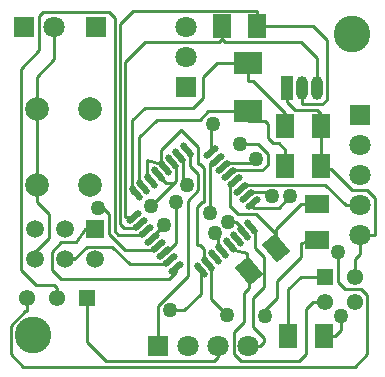
<source format=gtl>
G04 Layer_Physical_Order=1*
G04 Layer_Color=255*
%FSLAX24Y24*%
%MOIN*%
G70*
G01*
G75*
G04:AMPARAMS|DCode=10|XSize=21.7mil|YSize=59.1mil|CornerRadius=0mil|HoleSize=0mil|Usage=FLASHONLY|Rotation=310.000|XOffset=0mil|YOffset=0mil|HoleType=Round|Shape=Round|*
%AMOVALD10*
21,1,0.0374,0.0217,0.0000,0.0000,40.0*
1,1,0.0217,-0.0143,-0.0120*
1,1,0.0217,0.0143,0.0120*
%
%ADD10OVALD10*%

G04:AMPARAMS|DCode=11|XSize=21.7mil|YSize=59.1mil|CornerRadius=0mil|HoleSize=0mil|Usage=FLASHONLY|Rotation=40.000|XOffset=0mil|YOffset=0mil|HoleType=Round|Shape=Round|*
%AMOVALD11*
21,1,0.0374,0.0217,0.0000,0.0000,130.0*
1,1,0.0217,0.0120,-0.0143*
1,1,0.0217,-0.0120,0.0143*
%
%ADD11OVALD11*%

%ADD12R,0.0591X0.0787*%
%ADD13R,0.0945X0.0748*%
%ADD14R,0.0787X0.0591*%
G04:AMPARAMS|DCode=15|XSize=59.1mil|YSize=78.7mil|CornerRadius=0mil|HoleSize=0mil|Usage=FLASHONLY|Rotation=40.000|XOffset=0mil|YOffset=0mil|HoleType=Round|Shape=Rectangle|*
%AMROTATEDRECTD15*
4,1,4,0.0027,-0.0491,-0.0479,0.0112,-0.0027,0.0491,0.0479,-0.0112,0.0027,-0.0491,0.0*
%
%ADD15ROTATEDRECTD15*%

%ADD16C,0.0100*%
%ADD17R,0.0394X0.0787*%
%ADD18O,0.0394X0.0787*%
%ADD19R,0.0709X0.0709*%
%ADD20R,0.0709X0.0709*%
%ADD21C,0.0709*%
%ADD22C,0.1220*%
%ADD23C,0.0591*%
%ADD24R,0.0591X0.0591*%
%ADD25C,0.0787*%
%ADD26C,0.0543*%
%ADD27R,0.0543X0.0543*%
%ADD28C,0.0500*%
D10*
X7107Y7270D02*
D03*
X7310Y7029D02*
D03*
X7512Y6787D02*
D03*
X7715Y6546D02*
D03*
X7917Y6305D02*
D03*
X8120Y6064D02*
D03*
X8322Y5822D02*
D03*
X8525Y5581D02*
D03*
X5961Y3430D02*
D03*
X5759Y3671D02*
D03*
X5556Y3913D02*
D03*
X5354Y4154D02*
D03*
X5151Y4395D02*
D03*
X4949Y4636D02*
D03*
X4746Y4878D02*
D03*
X4544Y5119D02*
D03*
D11*
X8454Y4777D02*
D03*
X8213Y4574D02*
D03*
X7972Y4372D02*
D03*
X7730Y4169D02*
D03*
X7480Y3990D02*
D03*
X7248Y3765D02*
D03*
X7007Y3562D02*
D03*
X6765Y3360D02*
D03*
X4614Y5923D02*
D03*
X4856Y6126D02*
D03*
X5097Y6328D02*
D03*
X5338Y6531D02*
D03*
X5579Y6733D02*
D03*
X5821Y6935D02*
D03*
X6062Y7138D02*
D03*
X6303Y7340D02*
D03*
D12*
X10875Y1150D02*
D03*
X9694D02*
D03*
X7476Y11467D02*
D03*
X8657D02*
D03*
X10775Y6800D02*
D03*
X9594D02*
D03*
X10775Y8150D02*
D03*
X9594D02*
D03*
D13*
X8334Y10257D02*
D03*
Y8643D02*
D03*
D14*
X10634Y5541D02*
D03*
Y4359D02*
D03*
D15*
X8382Y3320D02*
D03*
X9287Y4080D02*
D03*
D16*
X7107Y8220D02*
X7196D01*
X6303Y7340D02*
X6423Y7197D01*
Y6812D02*
Y7197D01*
Y6812D02*
X6696Y6540D01*
Y6000D02*
Y6540D01*
X6346Y5650D02*
X6696Y6000D01*
X6346Y3146D02*
Y5650D01*
X5350Y2150D02*
X6346Y3146D01*
X5350Y800D02*
Y2150D01*
X7126Y2370D02*
Y3419D01*
Y2370D02*
X7656Y1840D01*
X4976Y6471D02*
Y7020D01*
X5459Y6876D02*
X5486Y6903D01*
X5514D01*
X5561Y6755D02*
X5579Y6733D01*
X10106Y4250D02*
X10634Y4359D01*
X10106Y3791D02*
Y4250D01*
X9306Y2991D02*
X10106Y3791D01*
X9306Y2430D02*
Y2991D01*
X8906Y2030D02*
X9306Y2430D01*
X8906Y1830D02*
Y2030D01*
X6886Y3705D02*
X7007Y3562D01*
X6886Y3705D02*
Y4050D01*
X6745Y4191D02*
X6886Y4050D01*
X6647Y4191D02*
X6745D01*
X6647D02*
Y5450D01*
X6807Y5610D01*
X6876D01*
Y6750D01*
X6756Y6870D02*
X6876Y6750D01*
X6666Y6870D02*
X6756D01*
X6666D02*
Y7450D01*
X6116Y8000D02*
X6666Y7450D01*
X6106Y8000D02*
X6116D01*
X5456Y7350D02*
X6106Y8000D01*
X5579Y6733D02*
Y6770D01*
X1298Y5630D02*
Y6170D01*
Y5630D02*
X1706Y5223D01*
Y4430D02*
Y5223D01*
X1234Y3959D02*
X1706Y4430D01*
X1234Y3700D02*
Y3959D01*
X1298Y6170D02*
Y8730D01*
X2984Y950D02*
Y2400D01*
Y950D02*
X3624Y310D01*
X7216D01*
X7350Y444D01*
Y800D01*
X1298Y8730D02*
Y9790D01*
X1884Y10376D01*
Y11450D01*
X8326Y3377D02*
X8382Y3320D01*
X8326Y3377D02*
Y3920D01*
X7730Y4060D02*
X8326Y3920D01*
X5338Y6531D02*
X5506Y6350D01*
X5606Y6250D01*
X5876D01*
X5946Y6320D02*
Y6770D01*
X8382Y2756D02*
Y3320D01*
X8213Y2587D02*
X8382Y2756D01*
X8213Y1626D02*
Y2587D01*
X7867Y1280D02*
X8213Y1626D01*
X7867Y550D02*
Y1280D01*
Y550D02*
X8107Y310D01*
X10036D01*
X10276Y550D01*
Y2055D01*
X10516Y2295D01*
X10924D01*
X12084Y4500D02*
X12576D01*
Y5750D01*
X12316Y6010D02*
X12576Y5750D01*
X11806Y6010D02*
X12316D01*
X11116Y6700D02*
X11806Y6010D01*
X10775Y6700D02*
Y6800D01*
X11924Y3126D02*
Y3730D01*
X12084Y3891D01*
Y4500D01*
X10775Y6800D02*
Y8150D01*
X9634Y8961D02*
Y9400D01*
Y8961D02*
X9916Y8680D01*
X10645D01*
X10775Y8550D01*
Y8150D02*
Y8550D01*
X5961Y3285D02*
Y3430D01*
X5716Y3040D02*
X5961Y3285D01*
X2116Y3040D02*
X5716D01*
X1806Y3350D02*
X2116Y3040D01*
X1806Y3350D02*
Y3960D01*
X2116Y4270D01*
X2626D01*
X2906Y4700D01*
X3234D01*
X5615Y3551D02*
X5759Y3671D01*
X4406Y3551D02*
X5615D01*
X3827Y4130D02*
X4406Y3551D01*
X2986Y4130D02*
X3827D01*
X2556Y3700D02*
X2986Y4130D01*
X2234Y3700D02*
X2556D01*
X9594Y6800D02*
Y7350D01*
X9364Y7580D02*
X9594Y7350D01*
X9196Y7580D02*
X9364D01*
X9026Y7750D02*
X9196Y7580D01*
X9026Y7750D02*
Y8210D01*
X8916Y8320D02*
X9026Y8210D01*
X8334Y8320D02*
Y8643D01*
X7021D02*
X8334D01*
X6738Y8360D02*
X7021Y8643D01*
X5316Y8360D02*
X6738D01*
X4727Y7772D02*
X5316Y8360D01*
X4727Y6338D02*
Y7772D01*
Y6338D02*
X4796Y6270D01*
Y6126D02*
X4856D01*
X9594Y8150D02*
Y8582D01*
X8516Y9660D02*
X9594Y8582D01*
X8334Y9660D02*
X8516D01*
X8334D02*
Y10257D01*
X7316D02*
X8334D01*
X6842Y9784D02*
X7316Y10257D01*
X6842Y9087D02*
Y9784D01*
X6516Y8760D02*
X6842Y9087D01*
X4916Y8760D02*
X6516D01*
X4487Y8331D02*
X4916Y8760D01*
X4487Y5923D02*
X4614D01*
X8066Y7540D02*
X8683D01*
X9006Y7218D01*
Y6850D02*
Y7218D01*
X8826Y6670D02*
X9006Y6850D01*
X7786Y6670D02*
X8826D01*
X7715Y6546D02*
X7786D01*
X5760Y2010D02*
X6225D01*
X6765Y2550D01*
Y3360D01*
X10134Y8870D02*
Y9400D01*
Y8870D02*
X10816D01*
X10966Y9020D01*
Y11020D01*
X10516Y11470D02*
X10966Y11020D01*
X4603Y4760D02*
X4746Y4878D01*
X4216Y4760D02*
X4603D01*
X4078Y4897D02*
X4216Y4760D01*
X4078Y4897D02*
Y11553D01*
X4516Y11990D01*
X8657D01*
X8476Y6910D02*
X8626Y7060D01*
X7546Y6910D02*
X8476D01*
X7512Y6787D02*
X7546D01*
X7087Y6902D02*
X7310Y7029D01*
X7087Y5231D02*
Y6902D01*
X8213Y4574D02*
Y4673D01*
X7936Y4950D02*
X8213Y4673D01*
X7686Y4950D02*
X7936D01*
X11356Y2950D02*
Y3940D01*
Y2950D02*
X11596Y2710D01*
X12116D01*
X12326Y2500D01*
Y550D02*
Y2500D01*
X11906Y130D02*
X12326Y550D01*
X856Y130D02*
X11906D01*
X436Y550D02*
X856Y130D01*
X436Y550D02*
Y1490D01*
X916Y1970D01*
X984D01*
Y2400D01*
X9376Y5420D02*
X9756Y5800D01*
X8525Y5420D02*
Y5581D01*
X8996Y5950D02*
X9146Y5800D01*
X8396Y5950D02*
X8996D01*
X8322Y5822D02*
X8396D01*
X8120Y6064D02*
X8263Y6180D01*
X10928D01*
X11608Y5500D01*
X12084D01*
X8454Y4777D02*
X8574Y4634D01*
X8584Y4421D01*
Y4092D02*
Y4421D01*
Y4092D02*
X8896Y3780D01*
Y2777D02*
Y3780D01*
X8527Y2409D02*
X8896Y2777D01*
X8527Y1451D02*
Y2409D01*
Y1451D02*
X8896Y1083D01*
Y950D02*
Y1083D01*
X8746Y800D02*
X8896Y950D01*
X8350Y800D02*
X8746D01*
X10634Y9400D02*
Y10421D01*
X10116Y10940D02*
X10634Y10421D01*
X7586Y10940D02*
X10116D01*
X7476Y11050D02*
X7586Y10940D01*
X4257Y5119D02*
X4544D01*
X4257D02*
Y10281D01*
X4916Y10940D01*
X7366D01*
X7476Y11050D01*
Y11467D01*
X4806Y4520D02*
X4949Y4636D01*
X4016Y4520D02*
X4806D01*
X3900Y4637D02*
X4016Y4520D01*
X3900Y4637D02*
Y11756D01*
X3716Y11940D02*
X3900Y11756D01*
X1516Y11940D02*
X3716D01*
X1396Y11820D02*
X1516Y11940D01*
X1396Y10670D02*
Y11820D01*
X776Y10050D02*
X1396Y10670D01*
X776Y3350D02*
Y10050D01*
Y3350D02*
X1266Y2860D01*
X1876D01*
X1986Y2750D01*
X1984Y2400D02*
X1986D01*
X11446Y1350D02*
Y1820D01*
X11246Y1150D02*
X11446Y1350D01*
X10875Y1150D02*
X11246D01*
X5151Y4395D02*
Y4435D01*
X5556Y4840D01*
Y4850D01*
X10116Y3126D02*
X10924D01*
X9694Y2704D02*
X10116Y3126D01*
X9694Y1150D02*
Y2704D01*
X5210Y4034D02*
X5354Y4154D01*
X5210Y4030D02*
Y4034D01*
X4241Y4030D02*
X5210D01*
X3721Y4550D02*
X4241Y4030D01*
X3721Y4550D02*
Y5205D01*
X3516Y5410D02*
X3721Y5205D01*
X3356Y5410D02*
X3516D01*
X5556Y3913D02*
X5598D01*
X5936Y4250D01*
Y5610D01*
X10126Y5541D02*
X10634D01*
X9287Y4701D02*
X10126Y5541D01*
X9287Y4080D02*
Y4550D01*
X8617Y5220D02*
X9287Y4550D01*
X8003Y5220D02*
X8617D01*
X7766Y5458D02*
X8003Y5220D01*
X7736Y5458D02*
X7766D01*
X7736D02*
Y6240D01*
X7886D01*
Y6305D02*
X7917D01*
X6186Y6300D02*
X6316Y6170D01*
X6186Y6300D02*
Y7030D01*
X7360Y4133D02*
X7480Y3990D01*
X7246Y4570D02*
X7360D01*
X7107Y7270D02*
Y8220D01*
X5036Y6400D02*
X5097Y6328D01*
X4976Y6471D02*
X5036Y6400D01*
X4976D02*
X5036D01*
X5456Y6770D02*
X5556D01*
X4976Y7020D02*
X5456Y6877D01*
X5459Y6876D01*
X5456Y6770D02*
Y6877D01*
Y7350D01*
X7067Y3490D02*
X7126D01*
X7067D02*
X7126Y3419D01*
X7007Y3562D02*
X7067Y3490D01*
X5556Y6770D02*
X5561Y6755D01*
X5514Y6903D02*
X5556Y6770D01*
X5116Y5490D02*
X5876Y6250D01*
X5946Y6320D01*
X5878Y6860D02*
X5946Y6770D01*
X5878Y6860D02*
X5946D01*
X5821Y6935D02*
X5878Y6860D01*
X7730Y4060D02*
Y4100D01*
Y4169D01*
X4796Y6126D02*
Y6270D01*
X8334Y8320D02*
X8916D01*
X4487Y5923D02*
Y8331D01*
X7786Y6546D02*
Y6670D01*
X8657Y11467D02*
Y11470D01*
Y11990D01*
Y11470D02*
X10516D01*
X7546Y6787D02*
Y6910D01*
X8525Y5420D02*
X9376D01*
X8396Y5822D02*
Y5950D01*
X1986Y2400D02*
Y2750D01*
X7886Y6240D02*
Y6305D01*
X9287Y4550D02*
Y4701D01*
X6062Y7030D02*
Y7070D01*
Y7138D01*
X7360Y4133D02*
Y4570D01*
X5821Y6860D02*
X5878D01*
X7730Y4100D02*
X7846D01*
X10775Y6700D02*
X11116D01*
X5036Y6400D02*
X5097D01*
X7007Y3490D02*
X7067D01*
X5556Y6770D02*
X5579D01*
X6062Y7030D02*
X6186D01*
X6062Y7070D02*
X6196D01*
D17*
X9634Y9400D02*
D03*
D18*
X10134D02*
D03*
X10634D02*
D03*
D19*
X3284Y11450D02*
D03*
X12084Y8500D02*
D03*
X6284Y9450D02*
D03*
D20*
X884Y11450D02*
D03*
X5350Y800D02*
D03*
D21*
X1884Y11450D02*
D03*
X6350Y800D02*
D03*
X7350D02*
D03*
X8350D02*
D03*
X12084Y7500D02*
D03*
Y6500D02*
D03*
Y5500D02*
D03*
Y4500D02*
D03*
X6284Y10450D02*
D03*
Y11450D02*
D03*
D22*
X11811Y11220D02*
D03*
X1181Y1181D02*
D03*
D23*
X1234Y3700D02*
D03*
Y4700D02*
D03*
X2234Y3700D02*
D03*
Y4700D02*
D03*
X3234Y3700D02*
D03*
D24*
Y4700D02*
D03*
D25*
X3070Y8730D02*
D03*
Y6170D02*
D03*
X1298Y8730D02*
D03*
Y6170D02*
D03*
D26*
X11924Y3126D02*
D03*
Y2295D02*
D03*
X10924D02*
D03*
X984Y2400D02*
D03*
X1984D02*
D03*
D27*
X10924Y3126D02*
D03*
X2984Y2400D02*
D03*
D28*
X7196Y8220D02*
D03*
X7656Y1840D02*
D03*
X8906Y1830D02*
D03*
X5116Y5490D02*
D03*
X8066Y7540D02*
D03*
X5760Y2010D02*
D03*
X8626Y7060D02*
D03*
X7087Y5231D02*
D03*
X7686Y4950D02*
D03*
X11356Y3940D02*
D03*
X9756Y5800D02*
D03*
X9146D02*
D03*
X11446Y1820D02*
D03*
X5556Y4850D02*
D03*
X3356Y5410D02*
D03*
X5936Y5610D02*
D03*
X6316Y6170D02*
D03*
X7246Y4570D02*
D03*
M02*

</source>
